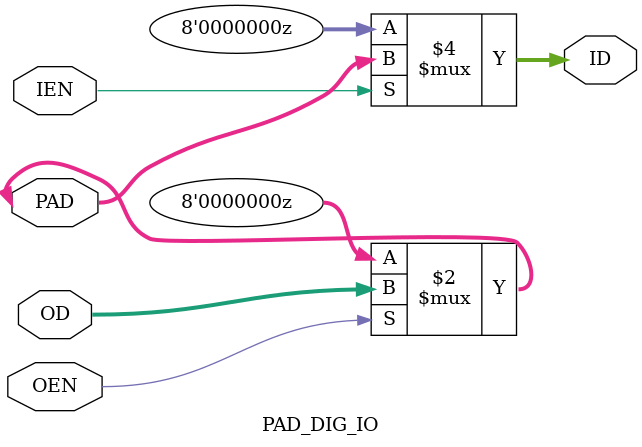
<source format=v>
module PAD_DIG_IO(
    OEN,
    IEN,
    OD,
    ID,
    PAD
);

input   OEN;
input   IEN;
output [7:0] ID;
input  [7:0] OD;
inout  [7:0] PAD;

assign PAD = OEN ? OD : 1'bz;
assign ID = IEN ? PAD : 1'bz;

endmodule

</source>
